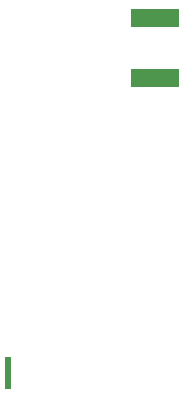
<source format=gbp>
G04 Layer_Color=128*
%FSLAX25Y25*%
%MOIN*%
G70*
G01*
G75*
%ADD19R,0.15984X0.05984*%
%ADD57R,0.02362X0.11024*%
D19*
X162500Y178000D02*
D03*
Y198000D02*
D03*
D57*
X113500Y79728D02*
D03*
M02*

</source>
